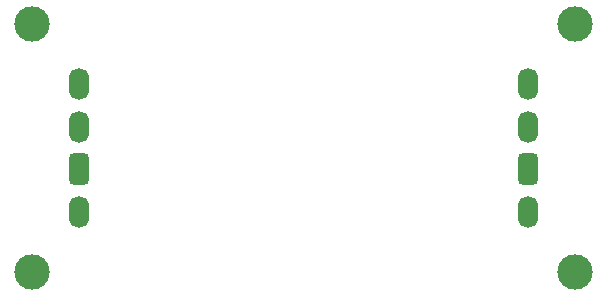
<source format=gbs>
G04 Layer_Color=16711935*
%FSAX44Y44*%
%MOMM*%
G71*
G01*
G75*
%ADD28O,1.7000X2.7000*%
G04:AMPARAMS|DCode=29|XSize=2.7mm|YSize=1.7mm|CornerRadius=0.425mm|HoleSize=0mm|Usage=FLASHONLY|Rotation=270.000|XOffset=0mm|YOffset=0mm|HoleType=Round|Shape=RoundedRectangle|*
%AMROUNDEDRECTD29*
21,1,2.7000,0.8500,0,0,270.0*
21,1,1.8500,1.7000,0,0,270.0*
1,1,0.8500,-0.4250,-0.9250*
1,1,0.8500,-0.4250,0.9250*
1,1,0.8500,0.4250,0.9250*
1,1,0.8500,0.4250,-0.9250*
%
%ADD29ROUNDEDRECTD29*%
%ADD30C,3.0000*%
D28*
X07120070Y08543000D02*
D03*
Y08579000D02*
D03*
Y08471000D02*
D03*
X06740000Y08543000D02*
D03*
Y08579000D02*
D03*
Y08471000D02*
D03*
D29*
X07120070Y08507000D02*
D03*
X06740000D02*
D03*
D30*
X06700000Y08420000D02*
D03*
X07160000D02*
D03*
X07160000Y08630000D02*
D03*
X06700000Y08630000D02*
D03*
M02*

</source>
